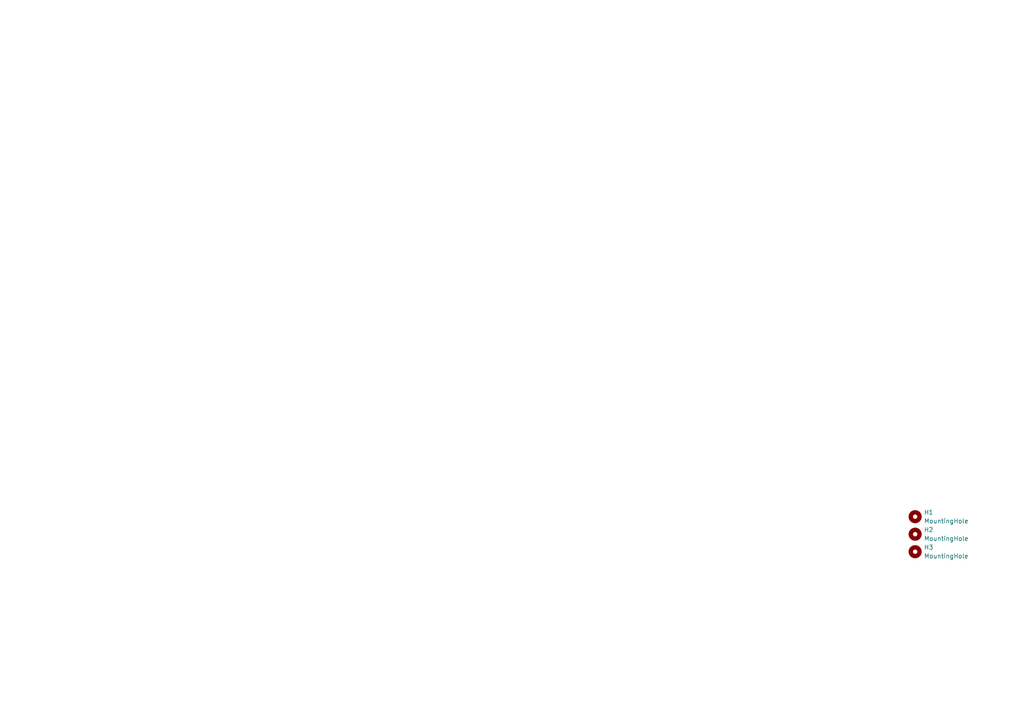
<source format=kicad_sch>
(kicad_sch (version 20231120) (generator "eeschema") (generator_version "8.0")
  (paper "A4")
  (title_block (title "Blahaj_Front") (date "2024-08-02") (rev "v1.0") (company "Waldo"))
  (lib_symbols
    (symbol "Mechanical:MountingHole" (pin_names (offset 1.016)) (exclude_from_sim yes) (in_bom no)
      (property "Reference" "H" (at 0 5.08 0))
      (property "Value" "MountingHole" (at 0 3.175 0))
      (symbol "MountingHole_0_1"
        (circle (center 0 0) (radius 1.27) (stroke (width 1.27)))
      )
    )
  )
  (symbol (lib_id "Mechanical:MountingHole") (at 265.43 160.02 0) (unit 1) (exclude_from_sim yes) (in_bom no)
    (property "Reference" "H3" (at 267.97 158.7499 0) (effects (justify left)))
    (property "Value" "MountingHole" (at 267.97 161.2899 0) (effects (justify left)))
    (property "Footprint" "MountingHole:MountingHole_2.7mm_M2.5" (effects (hide yes)))
    (property "Description" "Mounting Hole without connection" (effects (hide yes)))
  )
  (symbol (lib_id "Mechanical:MountingHole") (at 265.43 149.86 0) (unit 1) (exclude_from_sim yes) (in_bom no)
    (property "Reference" "H1" (at 267.97 148.5899 0) (effects (justify left)))
    (property "Value" "MountingHole" (at 267.97 151.1299 0) (effects (justify left)))
    (property "Footprint" "MountingHole:MountingHole_2.7mm_M2.5" (effects (hide yes)))
    (property "Description" "Mounting Hole without connection" (effects (hide yes)))
  )
  (symbol (lib_id "Mechanical:MountingHole") (at 265.43 154.94 0) (unit 1) (exclude_from_sim yes) (in_bom no)
    (property "Reference" "H2" (at 267.97 153.6699 0) (effects (justify left)))
    (property "Value" "MountingHole" (at 267.97 156.2099 0) (effects (justify left)))
    (property "Footprint" "MountingHole:MountingHole_2.7mm_M2.5" (effects (hide yes)))
    (property "Description" "Mounting Hole without connection" (effects (hide yes)))
  )
)
</source>
